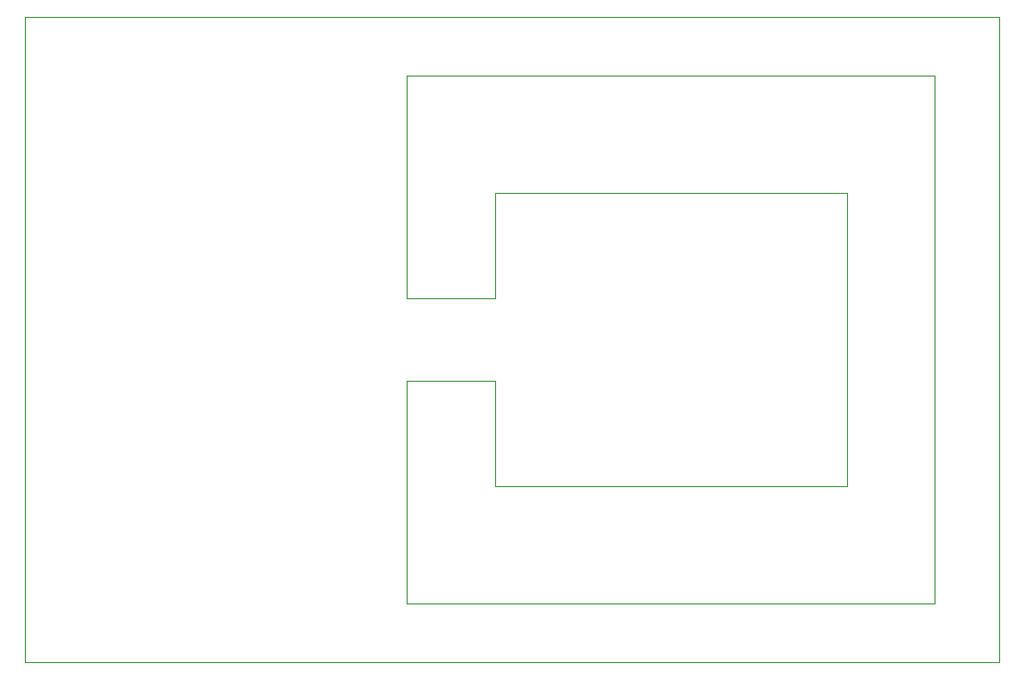
<source format=gm1>
%TF.GenerationSoftware,KiCad,Pcbnew,(5.1.2)-2*%
%TF.CreationDate,2023-05-11T10:58:17+05:30*%
%TF.ProjectId,83mm,38336d6d-2e6b-4696-9361-645f70636258,rev?*%
%TF.SameCoordinates,Original*%
%TF.FileFunction,Profile,NP*%
%FSLAX46Y46*%
G04 Gerber Fmt 4.6, Leading zero omitted, Abs format (unit mm)*
G04 Created by KiCad (PCBNEW (5.1.2)-2) date 2023-05-11 10:58:17*
%MOMM*%
%LPD*%
G04 APERTURE LIST*
%ADD10C,0.100000*%
G04 APERTURE END LIST*
D10*
X122550000Y-96000000D02*
X115050000Y-96000000D01*
X122550000Y-87000000D02*
X122550000Y-96000000D01*
X152550000Y-87000000D02*
X122550000Y-87000000D01*
X152550000Y-112000000D02*
X152550000Y-87000000D01*
X122550000Y-112000000D02*
X152550000Y-112000000D01*
X122550000Y-103000000D02*
X122550000Y-112000000D01*
X115050000Y-103000000D02*
X122550000Y-103000000D01*
X115050000Y-122000000D02*
X115050000Y-103000000D01*
X160050000Y-122000000D02*
X115050000Y-122000000D01*
X160050000Y-77000000D02*
X160050000Y-122000000D01*
X115050000Y-77000000D02*
X160050000Y-77000000D01*
X115050000Y-96000000D02*
X115050000Y-77000000D01*
X165550000Y-127000000D02*
X82550000Y-127000000D01*
X165550000Y-72000000D02*
X165550000Y-127000000D01*
X82550000Y-72000000D02*
X165550000Y-72000000D01*
X82550000Y-127000000D02*
X82550000Y-72000000D01*
M02*

</source>
